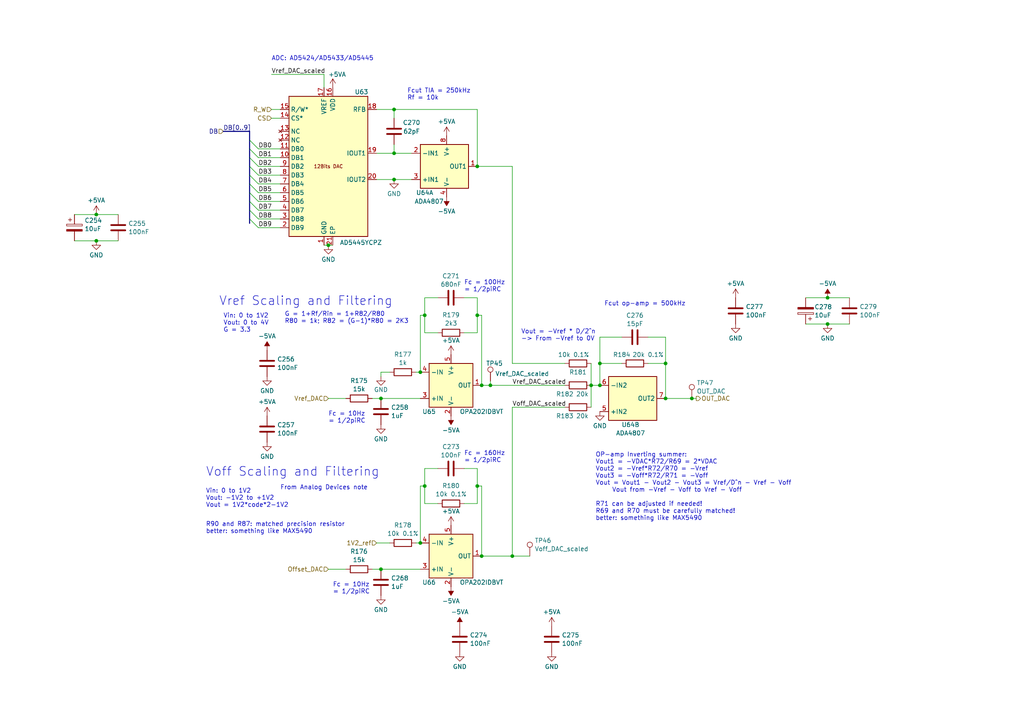
<source format=kicad_sch>
(kicad_sch (version 20250114) (generator "eeschema") (generator_version "9.0")
  (paper "A4")
  (text "ADC: AD5424/AD5433/AD5445" (at 78.74 17.78 0) (effects (font (size 1.27 1.27)) (justify left bottom)))
  (text "Fc = 10Hz \n= 1/2piRC\n\n\n" (at 96.52 176.53 0) (effects (font (size 1.27 1.27)) (justify left bottom)))
  (text "Vin: 0 to 1V2\nVout: -1V2 to +1V2\nVout = 1V2*code*2-1V2" (at 59.69 147.32 0) (effects (font (size 1.27 1.27)) (justify left bottom)))
  (text "Fcut op-amp = 500kHz\n" (at 175.26 88.9 0) (effects (font (size 1.27 1.27)) (justify left bottom)))
  (text "Vref Scaling and Filtering" (at 63.5 88.9 0) (effects (font (size 2.56 2.56)) (justify left bottom)))
  (text "Voff Scaling and Filtering" (at 59.69 138.43 0) (effects (font (size 2.56 2.56)) (justify left bottom)))
  (text "Vout = -Vref * D/2^n \n-> From -Vref to 0V\n" (at 151.13 99.06 0) (effects (font (size 1.27 1.27)) (justify left bottom)))
  (text "Fc = 160Hz \n= 1/2piRC\n\n\n" (at 134.62 138.43 0) (effects (font (size 1.27 1.27)) (justify left bottom)))
  (text "Vin: 0 to 1V2\nVout: 0 to 4V\nG = 3.3" (at 64.77 96.52 0) (effects (font (size 1.27 1.27)) (justify left bottom)))
  (text "From Analog Devices note" (at 81.28 142.24 0) (effects (font (size 1.27 1.27)) (justify left bottom)))
  (text "R90 and R87: matched precision resistor\nbetter: something like MAX5490" (at 59.69 154.94 0) (effects (font (size 1.27 1.27)) (justify left bottom)))
  (text "G = 1+Rf/Rin = 1+R82/R80\nR80 = 1k; R82 = (G-1)*R80 = 2K3\n" (at 82.55 93.98 0) (effects (font (size 1.27 1.27)) (justify left bottom)))
  (text "Fcut TIA = 250kHz\nRf = 10k\n" (at 118.11 29.21 0) (effects (font (size 1.27 1.27)) (justify left bottom)))
  (text "OP-amp Inverting summer: \nVout1 = -VDAC*R72/R69 = 2*VDAC\nVout2 = -Vref*R72/R70 = -Vref\nVout3 = -Voff*R72/R71 = -Voff\nVout = Vout1 - Vout2 - Vout3 = Vref/D^n - Vref - Voff\n	Vout from -Vref - Voff to Vref - Voff\n\nR71 can be adjusted if needed! \nR69 and R70 must be carefully matched!\nbetter: something like MAX5490" (at 172.72 151.13 0) (effects (font (size 1.27 1.27)) (justify left bottom)))
  (text "Fc = 100Hz \n= 1/2piRC\n\n\n" (at 134.62 88.9 0) (effects (font (size 1.27 1.27)) (justify left bottom)))
  (text "Fc = 10Hz \n= 1/2piRC\n\n\n" (at 95.25 127 0) (effects (font (size 1.27 1.27)) (justify left bottom)))
  (junction (at 27.94 62.23))
  (junction (at 110.49 115.57))
  (junction (at 95.25 71.12))
  (junction (at 171.45 111.76))
  (junction (at 114.3 31.75))
  (junction (at 240.03 93.98))
  (junction (at 139.7 111.76))
  (junction (at 139.7 161.29))
  (junction (at 123.19 91.44))
  (junction (at 114.3 52.07))
  (junction (at 200.66 115.57))
  (junction (at 193.04 115.57))
  (junction (at 121.92 107.95))
  (junction (at 114.3 44.45))
  (junction (at 148.59 161.29))
  (junction (at 173.99 111.76))
  (junction (at 110.49 165.1))
  (junction (at 138.43 91.44))
  (junction (at 27.94 69.85))
  (junction (at 138.43 140.97))
  (junction (at 123.19 140.97))
  (junction (at 193.04 105.41))
  (junction (at 240.03 86.36))
  (junction (at 121.92 157.48))
  (junction (at 138.43 48.26))
  (junction (at 142.24 111.76))
  (junction (at 173.99 105.41))
  (bus_entry (at 72.39 55.88) (size 2.54 2.54))
  (bus_entry (at 72.39 63.5) (size 2.54 2.54))
  (bus_entry (at 72.39 53.34) (size 2.54 2.54))
  (bus_entry (at 72.39 50.8) (size 2.54 2.54))
  (bus_entry (at 72.39 45.72) (size 2.54 2.54))
  (bus_entry (at 72.39 40.64) (size 2.54 2.54))
  (bus_entry (at 72.39 60.96) (size 2.54 2.54))
  (bus_entry (at 72.39 43.18) (size 2.54 2.54))
  (bus_entry (at 72.39 58.42) (size 2.54 2.54))
  (bus_entry (at 72.39 48.26) (size 2.54 2.54))
  (wire (pts (xy 121.92 91.44) (xy 121.92 107.95)))
  (wire (pts (xy 78.74 34.29) (xy 81.28 34.29)))
  (wire (pts (xy 187.96 105.41) (xy 193.04 105.41)))
  (wire (pts (xy 95.25 115.57) (xy 100.33 115.57)))
  (wire (pts (xy 81.28 31.75) (xy 78.74 31.75)))
  (wire (pts (xy 193.04 97.79) (xy 193.04 105.41)))
  (wire (pts (xy 134.62 146.05) (xy 138.43 146.05)))
  (wire (pts (xy 139.7 140.97) (xy 139.7 161.29)))
  (wire (pts (xy 134.62 86.36) (xy 138.43 86.36)))
  (wire (pts (xy 27.94 62.23) (xy 34.29 62.23)))
  (bus (pts (xy 72.39 60.96) (xy 72.39 63.5)))
  (wire (pts (xy 138.43 48.26) (xy 148.59 48.26)))
  (wire (pts (xy 187.96 97.79) (xy 193.04 97.79)))
  (bus (pts (xy 72.39 58.42) (xy 72.39 60.96)))
  (wire (pts (xy 74.93 66.04) (xy 81.28 66.04)))
  (wire (pts (xy 109.22 52.07) (xy 114.3 52.07)))
  (bus (pts (xy 72.39 43.18) (xy 72.39 45.72)))
  (wire (pts (xy 74.93 60.96) (xy 81.28 60.96)))
  (wire (pts (xy 148.59 118.11) (xy 148.59 161.29)))
  (wire (pts (xy 110.49 107.95) (xy 110.49 109.22)))
  (wire (pts (xy 138.43 86.36) (xy 138.43 91.44)))
  (wire (pts (xy 107.95 165.1) (xy 110.49 165.1)))
  (bus (pts (xy 72.39 48.26) (xy 72.39 50.8)))
  (wire (pts (xy 127 146.05) (xy 123.19 146.05)))
  (wire (pts (xy 123.19 86.36) (xy 123.19 91.44)))
  (wire (pts (xy 139.7 161.29) (xy 148.59 161.29)))
  (wire (pts (xy 233.68 86.36) (xy 240.03 86.36)))
  (wire (pts (xy 148.59 105.41) (xy 163.83 105.41)))
  (wire (pts (xy 148.59 105.41) (xy 148.59 48.26)))
  (bus (pts (xy 64.77 38.1) (xy 72.39 38.1)))
  (wire (pts (xy 121.92 140.97) (xy 121.92 157.48)))
  (wire (pts (xy 95.25 71.12) (xy 96.52 71.12)))
  (wire (pts (xy 142.24 111.76) (xy 163.83 111.76)))
  (wire (pts (xy 110.49 115.57) (xy 121.92 115.57)))
  (wire (pts (xy 139.7 140.97) (xy 138.43 140.97)))
  (wire (pts (xy 93.98 21.59) (xy 93.98 25.4)))
  (wire (pts (xy 148.59 161.29) (xy 153.67 161.29)))
  (wire (pts (xy 74.93 55.88) (xy 81.28 55.88)))
  (wire (pts (xy 109.22 157.48) (xy 113.03 157.48)))
  (wire (pts (xy 21.59 62.23) (xy 27.94 62.23)))
  (wire (pts (xy 233.68 93.98) (xy 240.03 93.98)))
  (wire (pts (xy 127 86.36) (xy 123.19 86.36)))
  (wire (pts (xy 138.43 135.89) (xy 138.43 140.97)))
  (bus (pts (xy 72.39 55.88) (xy 72.39 58.42)))
  (wire (pts (xy 114.3 41.91) (xy 114.3 44.45)))
  (wire (pts (xy 138.43 48.26) (xy 138.43 31.75)))
  (wire (pts (xy 240.03 86.36) (xy 246.38 86.36)))
  (wire (pts (xy 193.04 115.57) (xy 200.66 115.57)))
  (wire (pts (xy 120.65 107.95) (xy 121.92 107.95)))
  (wire (pts (xy 109.22 31.75) (xy 114.3 31.75)))
  (wire (pts (xy 173.99 105.41) (xy 180.34 105.41)))
  (wire (pts (xy 114.3 52.07) (xy 119.38 52.07)))
  (wire (pts (xy 123.19 135.89) (xy 123.19 140.97)))
  (wire (pts (xy 171.45 111.76) (xy 173.99 111.76)))
  (bus (pts (xy 72.39 63.5) (xy 72.39 64.77)))
  (bus (pts (xy 72.39 50.8) (xy 72.39 53.34)))
  (wire (pts (xy 138.43 91.44) (xy 139.7 91.44)))
  (wire (pts (xy 173.99 105.41) (xy 173.99 111.76)))
  (wire (pts (xy 74.93 63.5) (xy 81.28 63.5)))
  (wire (pts (xy 139.7 91.44) (xy 139.7 111.76)))
  (wire (pts (xy 74.93 45.72) (xy 81.28 45.72)))
  (wire (pts (xy 134.62 135.89) (xy 138.43 135.89)))
  (wire (pts (xy 193.04 105.41) (xy 193.04 115.57)))
  (wire (pts (xy 134.62 96.52) (xy 138.43 96.52)))
  (wire (pts (xy 74.93 58.42) (xy 81.28 58.42)))
  (wire (pts (xy 74.93 43.18) (xy 81.28 43.18)))
  (bus (pts (xy 72.39 38.1) (xy 72.39 40.64)))
  (wire (pts (xy 93.98 71.12) (xy 95.25 71.12)))
  (wire (pts (xy 114.3 31.75) (xy 138.43 31.75)))
  (wire (pts (xy 240.03 93.98) (xy 246.38 93.98)))
  (wire (pts (xy 114.3 44.45) (xy 119.38 44.45)))
  (wire (pts (xy 148.59 118.11) (xy 163.83 118.11)))
  (bus (pts (xy 72.39 53.34) (xy 72.39 55.88)))
  (wire (pts (xy 123.19 140.97) (xy 123.19 146.05)))
  (wire (pts (xy 107.95 115.57) (xy 110.49 115.57)))
  (wire (pts (xy 95.25 165.1) (xy 100.33 165.1)))
  (wire (pts (xy 21.59 69.85) (xy 27.94 69.85)))
  (wire (pts (xy 114.3 31.75) (xy 114.3 34.29)))
  (wire (pts (xy 78.74 21.59) (xy 93.98 21.59)))
  (wire (pts (xy 74.93 53.34) (xy 81.28 53.34)))
  (bus (pts (xy 72.39 45.72) (xy 72.39 48.26)))
  (wire (pts (xy 110.49 165.1) (xy 121.92 165.1)))
  (wire (pts (xy 200.66 115.57) (xy 201.93 115.57)))
  (wire (pts (xy 142.24 110.49) (xy 142.24 111.76)))
  (bus (pts (xy 72.39 40.64) (xy 72.39 43.18)))
  (wire (pts (xy 171.45 111.76) (xy 171.45 118.11)))
  (wire (pts (xy 138.43 140.97) (xy 138.43 146.05)))
  (wire (pts (xy 109.22 44.45) (xy 114.3 44.45)))
  (wire (pts (xy 74.93 50.8) (xy 81.28 50.8)))
  (wire (pts (xy 27.94 69.85) (xy 34.29 69.85)))
  (wire (pts (xy 173.99 97.79) (xy 173.99 105.41)))
  (wire (pts (xy 139.7 111.76) (xy 142.24 111.76)))
  (wire (pts (xy 121.92 140.97) (xy 123.19 140.97)))
  (wire (pts (xy 127 135.89) (xy 123.19 135.89)))
  (wire (pts (xy 123.19 91.44) (xy 123.19 96.52)))
  (wire (pts (xy 120.65 157.48) (xy 121.92 157.48)))
  (wire (pts (xy 171.45 105.41) (xy 171.45 111.76)))
  (wire (pts (xy 74.93 48.26) (xy 81.28 48.26)))
  (wire (pts (xy 138.43 91.44) (xy 138.43 96.52)))
  (wire (pts (xy 173.99 97.79) (xy 180.34 97.79)))
  (wire (pts (xy 121.92 91.44) (xy 123.19 91.44)))
  (wire (pts (xy 127 96.52) (xy 123.19 96.52)))
  (wire (pts (xy 113.03 107.95) (xy 110.49 107.95)))
  (label "Voff_DAC_scaled" (at 148.59 118.11 0))
  (label "DB7" (at 74.93 60.96 0))
  (label "DB0" (at 74.93 43.18 0))
  (label "Vref_DAC_scaled" (at 78.74 21.59 0))
  (label "DB1" (at 74.93 45.72 0))
  (label "DB2" (at 74.93 48.26 0))
  (label "DB4" (at 74.93 53.34 0))
  (label "DB[0..9]" (at 64.77 38.1 0))
  (label "DB6" (at 74.93 58.42 0))
  (label "DB5" (at 74.93 55.88 0))
  (label "DB9" (at 74.93 66.04 0))
  (label "DB8" (at 74.93 63.5 0))
  (label "Vref_DAC_scaled" (at 148.59 111.76 0))
  (label "DB3" (at 74.93 50.8 0))
  (hierarchical_label "CS" (shape input) (at 78.74 34.29 180))
  (hierarchical_label "Vref_DAC" (shape input) (at 95.25 115.57 180))
  (hierarchical_label "Offset_DAC" (shape input) (at 95.25 165.1 180))
  (hierarchical_label "DB" (shape input) (at 64.77 38.1 180))
  (hierarchical_label "1V2_ref" (shape input) (at 109.22 157.48 180))
  (hierarchical_label "OUT_DAC" (shape output) (at 201.93 115.57 0))
  (hierarchical_label "R_W" (shape input) (at 78.74 31.75 180))
  (symbol (lib_id "Device:C") (at 130.81 86.36 90) (unit 1)
    (property "Reference" "C117" (at 130.81 80.0567 90))
    (property "Value" "680nF" (at 130.81 82.4809 90))
    (property "Footprint" "Capacitor_SMD:C_0603_1608Metric" (effects (hide yes)))
    (instances (project "TWIST_V2" (path "" (reference "C271") (unit 1)) (path "" (reference "C321") (unit 1)) (path "" (reference "C216") (unit 1)) (path "" (reference "C336") (unit 1)) (path "" (reference "C351") (unit 1)) (path "" (reference "C246") (unit 1)) (path "" (reference "C291") (unit 1)) (path "" (reference "C186") (unit 1)) (path "" (reference "C117") (unit 1)) (path "" (reference "C306") (unit 1)) (path "" (reference "C236") (unit 1)) (path "" (reference "C266") (unit 1)) (path "" (reference "C176") (unit 1)) (path "" (reference "C140") (unit 1)) (path "" (reference "C137") (unit 1)) (path "" (reference "C198") (unit 1))))
  )
  (symbol (lib_id "power:GND") (at 110.49 109.22 0) (unit 1)
    (property "Reference" "#PWR0118" (effects (hide yes)))
    (property "Value" "GND" (at 110.49 113.03 0))
    (instances (project "TWIST_V2" (path "" (reference "#PWR0422") (unit 1)) (path "" (reference "#PWR0476") (unit 1)) (path "" (reference "#PWR0339") (unit 1)) (path "" (reference "#PWR0530") (unit 1)) (path "" (reference "#PWR0557") (unit 1)) (path "" (reference "#PWR0395") (unit 1)) (path "" (reference "#PWR0449") (unit 1)) (path "" (reference "#PWR0312") (unit 1)) (path "" (reference "#PWR0118") (unit 1)) (path "" (reference "#PWR0501") (unit 1)) (path "" (reference "#PWR0292") (unit 1)) (path "" (reference "#PWR0366") (unit 1)) (path "" (reference "#PWR0211") (unit 1)) (path "" (reference "#PWR0184") (unit 1)) (path "" (reference "#PWR0145") (unit 1)) (path "" (reference "#PWR0238") (unit 1))))
  )
  (symbol (lib_id "power:GND") (at 110.49 172.72 0) (unit 1)
    (property "Reference" "#PWR0120" (effects (hide yes)))
    (property "Value" "GND" (at 110.49 176.8531 0))
    (instances (project "TWIST_V2" (path "" (reference "#PWR0424") (unit 1)) (path "" (reference "#PWR0478") (unit 1)) (path "" (reference "#PWR0342") (unit 1)) (path "" (reference "#PWR0532") (unit 1)) (path "" (reference "#PWR0559") (unit 1)) (path "" (reference "#PWR0397") (unit 1)) (path "" (reference "#PWR0451") (unit 1)) (path "" (reference "#PWR0314") (unit 1)) (path "" (reference "#PWR0120") (unit 1)) (path "" (reference "#PWR0503") (unit 1)) (path "" (reference "#PWR0294") (unit 1)) (path "" (reference "#PWR0368") (unit 1)) (path "" (reference "#PWR0213") (unit 1)) (path "" (reference "#PWR0186") (unit 1)) (path "" (reference "#PWR0147") (unit 1)) (path "" (reference "#PWR0240") (unit 1))))
  )
  (symbol (lib_id "power:+5VA") (at 129.54 39.37 0) (unit 1)
    (property "Reference" "#PWR0122" (effects (hide yes)))
    (property "Value" "+5VA" (at 129.54 35.2369 0))
    (instances (project "TWIST_V2" (path "" (reference "#PWR0426") (unit 1)) (path "" (reference "#PWR0480") (unit 1)) (path "" (reference "#PWR0345") (unit 1)) (path "" (reference "#PWR0534") (unit 1)) (path "" (reference "#PWR0561") (unit 1)) (path "" (reference "#PWR0399") (unit 1)) (path "" (reference "#PWR0453") (unit 1)) (path "" (reference "#PWR0316") (unit 1)) (path "" (reference "#PWR0122") (unit 1)) (path "" (reference "#PWR0505") (unit 1)) (path "" (reference "#PWR0296") (unit 1)) (path "" (reference "#PWR0370") (unit 1)) (path "" (reference "#PWR0215") (unit 1)) (path "" (reference "#PWR0188") (unit 1)) (path "" (reference "#PWR0149") (unit 1)) (path "" (reference "#PWR0242") (unit 1))))
  )
  (symbol (lib_id "Device:R") (at 104.14 165.1 90) (unit 1)
    (property "Reference" "R70" (at 104.14 159.9397 90))
    (property "Value" "15k" (at 104.14 162.3639 90))
    (property "Footprint" "Resistor_SMD:R_0603_1608Metric" (effects (hide yes)))
    (instances (project "TWIST_V2" (path "" (reference "R176") (unit 1)) (path "" (reference "R196") (unit 1)) (path "" (reference "R146") (unit 1)) (path "" (reference "R216") (unit 1)) (path "" (reference "R226") (unit 1)) (path "" (reference "R166") (unit 1)) (path "" (reference "R186") (unit 1)) (path "" (reference "R126") (unit 1)) (path "" (reference "R70") (unit 1)) (path "" (reference "R206") (unit 1)) (path "" (reference "R136") (unit 1)) (path "" (reference "R156") (unit 1)) (path "" (reference "R106") (unit 1)) (path "" (reference "R96") (unit 1)) (path "" (reference "R80") (unit 1)) (path "" (reference "R116") (unit 1))))
  )
  (symbol (lib_id "Device:R") (at 167.64 111.76 270) (unit 1)
    (property "Reference" "R76" (at 163.83 114.3 90))
    (property "Value" "20k" (at 168.91 114.3 90))
    (property "Footprint" "Resistor_SMD:R_0603_1608Metric" (effects (hide yes)))
    (instances (project "TWIST_V2" (path "" (reference "R182") (unit 1)) (path "" (reference "R202") (unit 1)) (path "" (reference "R152") (unit 1)) (path "" (reference "R222") (unit 1)) (path "" (reference "R232") (unit 1)) (path "" (reference "R172") (unit 1)) (path "" (reference "R192") (unit 1)) (path "" (reference "R132") (unit 1)) (path "" (reference "R76") (unit 1)) (path "" (reference "R212") (unit 1)) (path "" (reference "R142") (unit 1)) (path "" (reference "R162") (unit 1)) (path "" (reference "R112") (unit 1)) (path "" (reference "R102") (unit 1)) (path "" (reference "R86") (unit 1)) (path "" (reference "R122") (unit 1))))
  )
  (symbol (lib_id "power:GND") (at 110.49 123.19 0) (unit 1)
    (property "Reference" "#PWR0119" (effects (hide yes)))
    (property "Value" "GND" (at 110.49 127.3231 0))
    (instances (project "TWIST_V2" (path "" (reference "#PWR0423") (unit 1)) (path "" (reference "#PWR0477") (unit 1)) (path "" (reference "#PWR0340") (unit 1)) (path "" (reference "#PWR0531") (unit 1)) (path "" (reference "#PWR0558") (unit 1)) (path "" (reference "#PWR0396") (unit 1)) (path "" (reference "#PWR0450") (unit 1)) (path "" (reference "#PWR0313") (unit 1)) (path "" (reference "#PWR0119") (unit 1)) (path "" (reference "#PWR0502") (unit 1)) (path "" (reference "#PWR0293") (unit 1)) (path "" (reference "#PWR0367") (unit 1)) (path "" (reference "#PWR0212") (unit 1)) (path "" (reference "#PWR0185") (unit 1)) (path "" (reference "#PWR0146") (unit 1)) (path "" (reference "#PWR0239") (unit 1))))
  )
  (symbol (lib_id "power:GND") (at 77.47 128.27 0) (unit 1)
    (property "Reference" "#PWR0115" (effects (hide yes)))
    (property "Value" "GND" (at 77.47 132.4031 0))
    (instances (project "TWIST_V2" (path "" (reference "#PWR0419") (unit 1)) (path "" (reference "#PWR0473") (unit 1)) (path "" (reference "#PWR0336") (unit 1)) (path "" (reference "#PWR0527") (unit 1)) (path "" (reference "#PWR0554") (unit 1)) (path "" (reference "#PWR0392") (unit 1)) (path "" (reference "#PWR0446") (unit 1)) (path "" (reference "#PWR0282") (unit 1)) (path "" (reference "#PWR0115") (unit 1)) (path "" (reference "#PWR0498") (unit 1)) (path "" (reference "#PWR0289") (unit 1)) (path "" (reference "#PWR0363") (unit 1)) (path "" (reference "#PWR0208") (unit 1)) (path "" (reference "#PWR0181") (unit 1)) (path "" (reference "#PWR0142") (unit 1)) (path "" (reference "#PWR0235") (unit 1))))
  )
  (symbol (lib_id "Device:R") (at 116.84 107.95 90) (unit 1)
    (property "Reference" "R71" (at 116.84 102.7897 90))
    (property "Value" "1k" (at 116.84 105.2139 90))
    (property "Footprint" "Resistor_SMD:R_0603_1608Metric" (effects (hide yes)))
    (instances (project "TWIST_V2" (path "" (reference "R177") (unit 1)) (path "" (reference "R197") (unit 1)) (path "" (reference "R147") (unit 1)) (path "" (reference "R217") (unit 1)) (path "" (reference "R227") (unit 1)) (path "" (reference "R167") (unit 1)) (path "" (reference "R187") (unit 1)) (path "" (reference "R127") (unit 1)) (path "" (reference "R71") (unit 1)) (path "" (reference "R207") (unit 1)) (path "" (reference "R137") (unit 1)) (path "" (reference "R157") (unit 1)) (path "" (reference "R107") (unit 1)) (path "" (reference "R97") (unit 1)) (path "" (reference "R81") (unit 1)) (path "" (reference "R117") (unit 1))))
  )
  (symbol (lib_id "power:+5VA") (at 96.52 25.4 0) (unit 1)
    (property "Reference" "#PWR0117" (effects (hide yes)))
    (property "Value" "+5VA" (at 97.79 21.59 0))
    (instances (project "TWIST_V2" (path "" (reference "#PWR0421") (unit 1)) (path "" (reference "#PWR0475") (unit 1)) (path "" (reference "#PWR0338") (unit 1)) (path "" (reference "#PWR0529") (unit 1)) (path "" (reference "#PWR0556") (unit 1)) (path "" (reference "#PWR0394") (unit 1)) (path "" (reference "#PWR0448") (unit 1)) (path "" (reference "#PWR0311") (unit 1)) (path "" (reference "#PWR0117") (unit 1)) (path "" (reference "#PWR0500") (unit 1)) (path "" (reference "#PWR0291") (unit 1)) (path "" (reference "#PWR0365") (unit 1)) (path "" (reference "#PWR0210") (unit 1)) (path "" (reference "#PWR0183") (unit 1)) (path "" (reference "#PWR0144") (unit 1)) (path "" (reference "#PWR0237") (unit 1))))
  )
  (symbol (lib_id "power:+5VA") (at 160.02 181.61 0) (unit 1)
    (property "Reference" "#PWR0130" (effects (hide yes)))
    (property "Value" "+5VA" (at 160.02 177.4769 0))
    (instances (project "TWIST_V2" (path "" (reference "#PWR0434") (unit 1)) (path "" (reference "#PWR0488") (unit 1)) (path "" (reference "#PWR0353") (unit 1)) (path "" (reference "#PWR0542") (unit 1)) (path "" (reference "#PWR0569") (unit 1)) (path "" (reference "#PWR0407") (unit 1)) (path "" (reference "#PWR0461") (unit 1)) (path "" (reference "#PWR0324") (unit 1)) (path "" (reference "#PWR0130") (unit 1)) (path "" (reference "#PWR0513") (unit 1)) (path "" (reference "#PWR0304") (unit 1)) (path "" (reference "#PWR0378") (unit 1)) (path "" (reference "#PWR0223") (unit 1)) (path "" (reference "#PWR0196") (unit 1)) (path "" (reference "#PWR0157") (unit 1)) (path "" (reference "#PWR0250") (unit 1))))
  )
  (symbol (lib_id "power:-5VA") (at 240.03 86.36 0) (unit 1)
    (property "Reference" "#PWR0135" (effects (hide yes)))
    (property "Value" "-5VA" (at 240.03 82.2269 0))
    (instances (project "TWIST_V2" (path "" (reference "#PWR0439") (unit 1)) (path "" (reference "#PWR0520") (unit 1)) (path "" (reference "#PWR0385") (unit 1)) (path "" (reference "#PWR0547") (unit 1)) (path "" (reference "#PWR0640") (unit 1)) (path "" (reference "#PWR0412") (unit 1)) (path "" (reference "#PWR0466") (unit 1)) (path "" (reference "#PWR0329") (unit 1)) (path "" (reference "#PWR0135") (unit 1)) (path "" (reference "#PWR0518") (unit 1)) (path "" (reference "#PWR0309") (unit 1)) (path "" (reference "#PWR0383") (unit 1)) (path "" (reference "#PWR0228") (unit 1)) (path "" (reference "#PWR0201") (unit 1)) (path "" (reference "#PWR0162") (unit 1)) (path "" (reference "#PWR0255") (unit 1))))
  )
  (symbol (lib_id "Device:R") (at 167.64 118.11 270) (unit 1)
    (property "Reference" "R77" (at 163.83 120.65 90))
    (property "Value" "20k" (at 168.91 120.65 90))
    (property "Footprint" "Resistor_SMD:R_0603_1608Metric" (effects (hide yes)))
    (instances (project "TWIST_V2" (path "" (reference "R183") (unit 1)) (path "" (reference "R203") (unit 1)) (path "" (reference "R153") (unit 1)) (path "" (reference "R223") (unit 1)) (path "" (reference "R233") (unit 1)) (path "" (reference "R173") (unit 1)) (path "" (reference "R193") (unit 1)) (path "" (reference "R133") (unit 1)) (path "" (reference "R77") (unit 1)) (path "" (reference "R213") (unit 1)) (path "" (reference "R143") (unit 1)) (path "" (reference "R163") (unit 1)) (path "" (reference "R113") (unit 1)) (path "" (reference "R103") (unit 1)) (path "" (reference "R87") (unit 1)) (path "" (reference "R123") (unit 1))))
  )
  (symbol (lib_id "power:-5VA") (at 133.35 181.61 0) (unit 1)
    (property "Reference" "#PWR0128" (effects (hide yes)))
    (property "Value" "-5VA" (at 133.35 177.4769 0))
    (instances (project "TWIST_V2" (path "" (reference "#PWR0432") (unit 1)) (path "" (reference "#PWR0486") (unit 1)) (path "" (reference "#PWR0351") (unit 1)) (path "" (reference "#PWR0540") (unit 1)) (path "" (reference "#PWR0567") (unit 1)) (path "" (reference "#PWR0405") (unit 1)) (path "" (reference "#PWR0459") (unit 1)) (path "" (reference "#PWR0322") (unit 1)) (path "" (reference "#PWR0128") (unit 1)) (path "" (reference "#PWR0511") (unit 1)) (path "" (reference "#PWR0302") (unit 1)) (path "" (reference "#PWR0376") (unit 1)) (path "" (reference "#PWR0221") (unit 1)) (path "" (reference "#PWR0194") (unit 1)) (path "" (reference "#PWR0155") (unit 1)) (path "" (reference "#PWR0248") (unit 1))))
  )
  (symbol (lib_id "power:GND") (at 77.47 109.22 0) (unit 1)
    (property "Reference" "#PWR0113" (effects (hide yes)))
    (property "Value" "GND" (at 77.47 113.3531 0))
    (instances (project "TWIST_V2" (path "" (reference "#PWR0417") (unit 1)) (path "" (reference "#PWR0471") (unit 1)) (path "" (reference "#PWR0334") (unit 1)) (path "" (reference "#PWR0525") (unit 1)) (path "" (reference "#PWR0552") (unit 1)) (path "" (reference "#PWR0390") (unit 1)) (path "" (reference "#PWR0444") (unit 1)) (path "" (reference "#PWR0280") (unit 1)) (path "" (reference "#PWR0113") (unit 1)) (path "" (reference "#PWR0496") (unit 1)) (path "" (reference "#PWR0287") (unit 1)) (path "" (reference "#PWR0361") (unit 1)) (path "" (reference "#PWR0206") (unit 1)) (path "" (reference "#PWR0179") (unit 1)) (path "" (reference "#PWR0140") (unit 1)) (path "" (reference "#PWR0233") (unit 1))))
  )
  (symbol (lib_id "TWIST_V2_lib:AD5433YCPZ") (at 83.82 68.58 0) (unit 1)
    (property "Reference" "U22" (at 102.87 26.67 0) (effects (justify left)))
    (property "Value" "AD5445YCPZ" (at 98.552 70.358 0) (effects (justify left)))
    (property "Footprint" "Package_CSP:LFCSP-20-1EP_4x4mm_P0.5mm_EP2.1x2.1mm" (effects (hide yes)))
    (instances (project "TWIST_V2" (path "" (reference "U63") (unit 1)) (path "" (reference "U71") (unit 1)) (path "" (reference "U51") (unit 1)) (path "" (reference "U79") (unit 1)) (path "" (reference "U83") (unit 1)) (path "" (reference "U59") (unit 1)) (path "" (reference "U67") (unit 1)) (path "" (reference "U43") (unit 1)) (path "" (reference "U22") (unit 1)) (path "" (reference "U75") (unit 1)) (path "" (reference "U44") (unit 1)) (path "" (reference "U55") (unit 1)) (path "" (reference "U32") (unit 1)) (path "" (reference "U28") (unit 1)) (path "" (reference "U27") (unit 1)) (path "" (reference "U36") (unit 1))))
  )
  (symbol (lib_id "Device:C") (at 114.3 38.1 180) (unit 1)
    (property "Reference" "C115" (at 119.38 35.56 0))
    (property "Value" "62pF" (at 119.38 38.1 0))
    (property "Footprint" "Capacitor_SMD:C_0603_1608Metric" (effects (hide yes)))
    (instances (project "TWIST_V2" (path "" (reference "C270") (unit 1)) (path "" (reference "C320") (unit 1)) (path "" (reference "C215") (unit 1)) (path "" (reference "C335") (unit 1)) (path "" (reference "C350") (unit 1)) (path "" (reference "C245") (unit 1)) (path "" (reference "C290") (unit 1)) (path "" (reference "C185") (unit 1)) (path "" (reference "C115") (unit 1)) (path "" (reference "C305") (unit 1)) (path "" (reference "C235") (unit 1)) (path "" (reference "C265") (unit 1)) (path "" (reference "C175") (unit 1)) (path "" (reference "C136") (unit 1)) (path "" (reference "C135") (unit 1)) (path "" (reference "C196") (unit 1))))
  )
  (symbol (lib_id "Device:C") (at 213.36 90.17 180) (unit 1)
    (property "Reference" "C124" (at 216.281 88.9579 0) (effects (justify right)))
    (property "Value" "100nF" (at 216.281 91.3821 0) (effects (justify right)))
    (property "Footprint" "Capacitor_SMD:C_0402_1005Metric" (effects (hide yes)))
    (instances (project "TWIST_V2" (path "" (reference "C277") (unit 1)) (path "" (reference "C326") (unit 1)) (path "" (reference "C221") (unit 1)) (path "" (reference "C341") (unit 1)) (path "" (reference "C356") (unit 1)) (path "" (reference "C251") (unit 1)) (path "" (reference "C296") (unit 1)) (path "" (reference "C201") (unit 1)) (path "" (reference "C124") (unit 1)) (path "" (reference "C311") (unit 1)) (path "" (reference "C241") (unit 1)) (path "" (reference "C281") (unit 1)) (path "" (reference "C181") (unit 1)) (path "" (reference "C151") (unit 1)) (path "" (reference "C144") (unit 1)) (path "" (reference "C205") (unit 1))))
  )
  (symbol (lib_id "TWIST_V2_lib:ADA4807-2ARMZ") (at 160.02 121.92 0) (unit 2)
    (property "Reference" "U19" (at 182.88 123.19 0))
    (property "Value" "ADA4807" (at 182.88 125.6142 0))
    (property "Footprint" "Package_SO:MSOP-8_3x3mm_P0.65mm" (effects (hide yes)))
    (instances (project "TWIST_V2" (path "" (reference "U64") (unit 2)) (path "" (reference "U72") (unit 2)) (path "" (reference "U52") (unit 2)) (path "" (reference "U80") (unit 2)) (path "" (reference "U84") (unit 2)) (path "" (reference "U60") (unit 2)) (path "" (reference "U68") (unit 2)) (path "" (reference "U48") (unit 2)) (path "" (reference "U19") (unit 2)) (path "" (reference "U76") (unit 2)) (path "" (reference "U45") (unit 2)) (path "" (reference "U56") (unit 2)) (path "" (reference "U33") (unit 2)) (path "" (reference "U29") (unit 2)) (path "" (reference "U23") (unit 2)) (path "" (reference "U37") (unit 2))))
  )
  (symbol (lib_id "power:+5VA") (at 130.81 152.4 0) (unit 1)
    (property "Reference" "#PWR0126" (effects (hide yes)))
    (property "Value" "+5VA" (at 130.81 148.2669 0))
    (instances (project "TWIST_V2" (path "" (reference "#PWR0430") (unit 1)) (path "" (reference "#PWR0484") (unit 1)) (path "" (reference "#PWR0349") (unit 1)) (path "" (reference "#PWR0538") (unit 1)) (path "" (reference "#PWR0565") (unit 1)) (path "" (reference "#PWR0403") (unit 1)) (path "" (reference "#PWR0457") (unit 1)) (path "" (reference "#PWR0320") (unit 1)) (path "" (reference "#PWR0126") (unit 1)) (path "" (reference "#PWR0509") (unit 1)) (path "" (reference "#PWR0300") (unit 1)) (path "" (reference "#PWR0374") (unit 1)) (path "" (reference "#PWR0219") (unit 1)) (path "" (reference "#PWR0192") (unit 1)) (path "" (reference "#PWR0153") (unit 1)) (path "" (reference "#PWR0246") (unit 1))))
  )
  (symbol (lib_id "power:GND") (at 173.99 119.38 0) (unit 1)
    (property "Reference" "#PWR0132" (effects (hide yes)))
    (property "Value" "GND" (at 173.99 123.5131 0))
    (instances (project "TWIST_V2" (path "" (reference "#PWR0436") (unit 1)) (path "" (reference "#PWR0490") (unit 1)) (path "" (reference "#PWR0355") (unit 1)) (path "" (reference "#PWR0544") (unit 1)) (path "" (reference "#PWR0571") (unit 1)) (path "" (reference "#PWR0409") (unit 1)) (path "" (reference "#PWR0463") (unit 1)) (path "" (reference "#PWR0326") (unit 1)) (path "" (reference "#PWR0132") (unit 1)) (path "" (reference "#PWR0515") (unit 1)) (path "" (reference "#PWR0306") (unit 1)) (path "" (reference "#PWR0380") (unit 1)) (path "" (reference "#PWR0225") (unit 1)) (path "" (reference "#PWR0198") (unit 1)) (path "" (reference "#PWR0159") (unit 1)) (path "" (reference "#PWR0252") (unit 1))))
  )
  (symbol (lib_id "Device:C") (at 110.49 119.38 180) (unit 1)
    (property "Reference" "C113" (at 113.411 118.1679 0) (effects (justify right)))
    (property "Value" "1uF" (at 113.411 120.5921 0) (effects (justify right)))
    (property "Footprint" "Capacitor_SMD:C_0603_1608Metric" (effects (hide yes)))
    (instances (project "TWIST_V2" (path "" (reference "C258") (unit 1)) (path "" (reference "C318") (unit 1)) (path "" (reference "C213") (unit 1)) (path "" (reference "C333") (unit 1)) (path "" (reference "C348") (unit 1)) (path "" (reference "C230") (unit 1)) (path "" (reference "C288") (unit 1)) (path "" (reference "C170") (unit 1)) (path "" (reference "C113") (unit 1)) (path "" (reference "C303") (unit 1)) (path "" (reference "C233") (unit 1)) (path "" (reference "C263") (unit 1)) (path "" (reference "C173") (unit 1)) (path "" (reference "C129") (unit 1)) (path "" (reference "C133") (unit 1)) (path "" (reference "C194") (unit 1))))
  )
  (symbol (lib_id "Connector:TestPoint") (at 142.24 110.49 0) (unit 1)
    (property "Reference" "TP15" (at 140.97 105.41 0) (effects (justify left)))
    (property "Value" "Vref_DAC_scaled" (at 143.637 108.4001 0) (effects (justify left)))
    (instances (project "TWIST_V2" (path "" (reference "TP45") (unit 1)) (path "" (reference "TP51") (unit 1)) (path "" (reference "TP36") (unit 1)) (path "" (reference "TP57") (unit 1)) (path "" (reference "TP60") (unit 1)) (path "" (reference "TP42") (unit 1)) (path "" (reference "TP48") (unit 1)) (path "" (reference "TP30") (unit 1)) (path "" (reference "TP15") (unit 1)) (path "" (reference "TP54") (unit 1)) (path "" (reference "TP33") (unit 1)) (path "" (reference "TP39") (unit 1)) (path "" (reference "TP24") (unit 1)) (path "" (reference "TP21") (unit 1)) (path "" (reference "TP18") (unit 1)) (path "" (reference "TP27") (unit 1))))
  )
  (symbol (lib_name "ADA4807-2ARMZ_1") (lib_id "TWIST_V2_lib:ADA4807-2ARMZ") (at 105.41 54.61 0) (unit 1)
    (property "Reference" "U19" (at 123.19 55.88 0))
    (property "Value" "ADA4807" (at 124.46 58.42 0))
    (property "Footprint" "Package_SO:MSOP-8_3x3mm_P0.65mm" (effects (hide yes)))
    (instances (project "TWIST_V2" (path "" (reference "U64") (unit 1)) (path "" (reference "U72") (unit 1)) (path "" (reference "U52") (unit 1)) (path "" (reference "U80") (unit 1)) (path "" (reference "U84") (unit 1)) (path "" (reference "U60") (unit 1)) (path "" (reference "U68") (unit 1)) (path "" (reference "U48") (unit 1)) (path "" (reference "U19") (unit 1)) (path "" (reference "U76") (unit 1)) (path "" (reference "U45") (unit 1)) (path "" (reference "U56") (unit 1)) (path "" (reference "U33") (unit 1)) (path "" (reference "U29") (unit 1)) (path "" (reference "U23") (unit 1)) (path "" (reference "U37") (unit 1))))
  )
  (symbol (lib_id "Connector:TestPoint") (at 153.67 161.29 0) (unit 1)
    (property "Reference" "TP16" (at 155.067 156.7759 0) (effects (justify left)))
    (property "Value" "Voff_DAC_scaled" (at 155.067 159.2001 0) (effects (justify left)))
    (instances (project "TWIST_V2" (path "" (reference "TP46") (unit 1)) (path "" (reference "TP52") (unit 1)) (path "" (reference "TP37") (unit 1)) (path "" (reference "TP58") (unit 1)) (path "" (reference "TP61") (unit 1)) (path "" (reference "TP43") (unit 1)) (path "" (reference "TP49") (unit 1)) (path "" (reference "TP31") (unit 1)) (path "" (reference "TP16") (unit 1)) (path "" (reference "TP55") (unit 1)) (path "" (reference "TP34") (unit 1)) (path "" (reference "TP40") (unit 1)) (path "" (reference "TP25") (unit 1)) (path "" (reference "TP22") (unit 1)) (path "" (reference "TP19") (unit 1)) (path "" (reference "TP28") (unit 1))))
  )
  (symbol (lib_id "power:+5VA") (at 77.47 120.65 0) (unit 1)
    (property "Reference" "#PWR0114" (effects (hide yes)))
    (property "Value" "+5VA" (at 77.47 116.5169 0))
    (instances (project "TWIST_V2" (path "" (reference "#PWR0418") (unit 1)) (path "" (reference "#PWR0472") (unit 1)) (path "" (reference "#PWR0335") (unit 1)) (path "" (reference "#PWR0526") (unit 1)) (path "" (reference "#PWR0553") (unit 1)) (path "" (reference "#PWR0391") (unit 1)) (path "" (reference "#PWR0445") (unit 1)) (path "" (reference "#PWR0281") (unit 1)) (path "" (reference "#PWR0114") (unit 1)) (path "" (reference "#PWR0497") (unit 1)) (path "" (reference "#PWR0288") (unit 1)) (path "" (reference "#PWR0362") (unit 1)) (path "" (reference "#PWR0207") (unit 1)) (path "" (reference "#PWR0180") (unit 1)) (path "" (reference "#PWR0141") (unit 1)) (path "" (reference "#PWR0234") (unit 1))))
  )
  (symbol (lib_id "Connector:TestPoint") (at 200.66 115.57 0) (unit 1)
    (property "Reference" "TP17" (at 202.057 111.0559 0) (effects (justify left)))
    (property "Value" "OUT_DAC" (at 202.057 113.4801 0) (effects (justify left)))
    (instances (project "TWIST_V2" (path "" (reference "TP47") (unit 1)) (path "" (reference "TP53") (unit 1)) (path "" (reference "TP38") (unit 1)) (path "" (reference "TP59") (unit 1)) (path "" (reference "TP62") (unit 1)) (path "" (reference "TP44") (unit 1)) (path "" (reference "TP50") (unit 1)) (path "" (reference "TP32") (unit 1)) (path "" (reference "TP17") (unit 1)) (path "" (reference "TP56") (unit 1)) (path "" (reference "TP35") (unit 1)) (path "" (reference "TP41") (unit 1)) (path "" (reference "TP26") (unit 1)) (path "" (reference "TP23") (unit 1)) (path "" (reference "TP20") (unit 1)) (path "" (reference "TP29") (unit 1))))
  )
  (symbol (lib_id "Device:R") (at 184.15 105.41 90) (unit 1)
    (property "Reference" "R78" (at 180.34 102.87 90))
    (property "Value" "20k 0.1%" (at 187.96 102.87 90))
    (property "Footprint" "Resistor_SMD:R_0603_1608Metric" (effects (hide yes)))
    (instances (project "TWIST_V2" (path "" (reference "R184") (unit 1)) (path "" (reference "R204") (unit 1)) (path "" (reference "R154") (unit 1)) (path "" (reference "R224") (unit 1)) (path "" (reference "R234") (unit 1)) (path "" (reference "R174") (unit 1)) (path "" (reference "R194") (unit 1)) (path "" (reference "R134") (unit 1)) (path "" (reference "R78") (unit 1)) (path "" (reference "R214") (unit 1)) (path "" (reference "R144") (unit 1)) (path "" (reference "R164") (unit 1)) (path "" (reference "R114") (unit 1)) (path "" (reference "R104") (unit 1)) (path "" (reference "R88") (unit 1)) (path "" (reference "R124") (unit 1))))
  )
  (symbol (lib_id "power:GND") (at 160.02 189.23 0) (unit 1)
    (property "Reference" "#PWR0131" (effects (hide yes)))
    (property "Value" "GND" (at 160.02 193.3631 0))
    (instances (project "TWIST_V2" (path "" (reference "#PWR0435") (unit 1)) (path "" (reference "#PWR0489") (unit 1)) (path "" (reference "#PWR0354") (unit 1)) (path "" (reference "#PWR0543") (unit 1)) (path "" (reference "#PWR0570") (unit 1)) (path "" (reference "#PWR0408") (unit 1)) (path "" (reference "#PWR0462") (unit 1)) (path "" (reference "#PWR0325") (unit 1)) (path "" (reference "#PWR0131") (unit 1)) (path "" (reference "#PWR0514") (unit 1)) (path "" (reference "#PWR0305") (unit 1)) (path "" (reference "#PWR0379") (unit 1)) (path "" (reference "#PWR0224") (unit 1)) (path "" (reference "#PWR0197") (unit 1)) (path "" (reference "#PWR0158") (unit 1)) (path "" (reference "#PWR0251") (unit 1))))
  )
  (symbol (lib_id "power:-5VA") (at 77.47 101.6 0) (unit 1)
    (property "Reference" "#PWR0112" (effects (hide yes)))
    (property "Value" "-5VA" (at 77.47 97.4669 0))
    (instances (project "TWIST_V2" (path "" (reference "#PWR0416") (unit 1)) (path "" (reference "#PWR0470") (unit 1)) (path "" (reference "#PWR0333") (unit 1)) (path "" (reference "#PWR0524") (unit 1)) (path "" (reference "#PWR0551") (unit 1)) (path "" (reference "#PWR0389") (unit 1)) (path "" (reference "#PWR0443") (unit 1)) (path "" (reference "#PWR0279") (unit 1)) (path "" (reference "#PWR0112") (unit 1)) (path "" (reference "#PWR0495") (unit 1)) (path "" (reference "#PWR0286") (unit 1)) (path "" (reference "#PWR0360") (unit 1)) (path "" (reference "#PWR0205") (unit 1)) (path "" (reference "#PWR0178") (unit 1)) (path "" (reference "#PWR0139") (unit 1)) (path "" (reference "#PWR0232") (unit 1))))
  )
  (symbol (lib_id "Device:C") (at 133.35 185.42 180) (unit 1)
    (property "Reference" "C119" (at 136.271 184.2079 0) (effects (justify right)))
    (property "Value" "100nF" (at 136.271 186.6321 0) (effects (justify right)))
    (property "Footprint" "Capacitor_SMD:C_0402_1005Metric" (effects (hide yes)))
    (instances (project "TWIST_V2" (path "" (reference "C274") (unit 1)) (path "" (reference "C323") (unit 1)) (path "" (reference "C218") (unit 1)) (path "" (reference "C338") (unit 1)) (path "" (reference "C353") (unit 1)) (path "" (reference "C248") (unit 1)) (path "" (reference "C293") (unit 1)) (path "" (reference "C190") (unit 1)) (path "" (reference "C119") (unit 1)) (path "" (reference "C308") (unit 1)) (path "" (reference "C238") (unit 1)) (path "" (reference "C269") (unit 1)) (path "" (reference "C178") (unit 1)) (path "" (reference "C148") (unit 1)) (path "" (reference "C139") (unit 1)) (path "" (reference "C200") (unit 1))))
  )
  (symbol (lib_id "Device:C") (at 130.81 135.89 90) (unit 1)
    (property "Reference" "C118" (at 130.81 129.5867 90))
    (property "Value" "100nF" (at 130.81 132.0109 90))
    (property "Footprint" "Capacitor_SMD:C_0402_1005Metric" (effects (hide yes)))
    (instances (project "TWIST_V2" (path "" (reference "C273") (unit 1)) (path "" (reference "C322") (unit 1)) (path "" (reference "C217") (unit 1)) (path "" (reference "C337") (unit 1)) (path "" (reference "C352") (unit 1)) (path "" (reference "C247") (unit 1)) (path "" (reference "C292") (unit 1)) (path "" (reference "C187") (unit 1)) (path "" (reference "C118") (unit 1)) (path "" (reference "C307") (unit 1)) (path "" (reference "C237") (unit 1)) (path "" (reference "C267") (unit 1)) (path "" (reference "C177") (unit 1)) (path "" (reference "C143") (unit 1)) (path "" (reference "C138") (unit 1)) (path "" (reference "C199") (unit 1))))
  )
  (symbol (lib_id "Device:C") (at 184.15 97.79 90) (unit 1)
    (property "Reference" "C122" (at 184.15 91.4867 90))
    (property "Value" "15pF" (at 184.15 93.9109 90))
    (property "Footprint" "Capacitor_SMD:C_0603_1608Metric" (effects (hide yes)))
    (instances (project "TWIST_V2" (path "" (reference "C276") (unit 1)) (path "" (reference "C325") (unit 1)) (path "" (reference "C220") (unit 1)) (path "" (reference "C340") (unit 1)) (path "" (reference "C355") (unit 1)) (path "" (reference "C250") (unit 1)) (path "" (reference "C295") (unit 1)) (path "" (reference "C197") (unit 1)) (path "" (reference "C122") (unit 1)) (path "" (reference "C310") (unit 1)) (path "" (reference "C240") (unit 1)) (path "" (reference "C280") (unit 1)) (path "" (reference "C180") (unit 1)) (path "" (reference "C150") (unit 1)) (path "" (reference "C142") (unit 1)) (path "" (reference "C203") (unit 1))))
  )
  (symbol (lib_id "power:GND") (at 240.03 93.98 0) (unit 1)
    (property "Reference" "#PWR0136" (effects (hide yes)))
    (property "Value" "GND" (at 240.03 98.1131 0))
    (instances (project "TWIST_V2" (path "" (reference "#PWR0440") (unit 1)) (path "" (reference "#PWR0521") (unit 1)) (path "" (reference "#PWR0386") (unit 1)) (path "" (reference "#PWR0548") (unit 1)) (path "" (reference "#PWR0641") (unit 1)) (path "" (reference "#PWR0413") (unit 1)) (path "" (reference "#PWR0467") (unit 1)) (path "" (reference "#PWR0330") (unit 1)) (path "" (reference "#PWR0136") (unit 1)) (path "" (reference "#PWR0519") (unit 1)) (path "" (reference "#PWR0310") (unit 1)) (path "" (reference "#PWR0384") (unit 1)) (path "" (reference "#PWR0229") (unit 1)) (path "" (reference "#PWR0202") (unit 1)) (path "" (reference "#PWR0163") (unit 1)) (path "" (reference "#PWR0256") (unit 1))))
  )
  (symbol (lib_id "Device:C_Polarized") (at 21.59 66.04 0) (unit 1)
    (property "Reference" "C107" (at 24.511 63.9389 0) (effects (justify left)))
    (property "Value" "10uF" (at 24.511 66.3631 0) (effects (justify left)))
    (property "Footprint" "Capacitor_Tantalum_SMD:CP_EIA-3528-21_Kemet-B" (effects (hide yes)))
    (instances (project "TWIST_V2" (path "" (reference "C254") (unit 1)) (path "" (reference "C314") (unit 1)) (path "" (reference "C209") (unit 1)) (path "" (reference "C329") (unit 1)) (path "" (reference "C344") (unit 1)) (path "" (reference "C224") (unit 1)) (path "" (reference "C284") (unit 1)) (path "" (reference "C164") (unit 1)) (path "" (reference "C107") (unit 1)) (path "" (reference "C299") (unit 1)) (path "" (reference "C228") (unit 1)) (path "" (reference "C259") (unit 1)) (path "" (reference "C168") (unit 1)) (path "" (reference "C96") (unit 1)) (path "" (reference "C127") (unit 1)) (path "" (reference "C188") (unit 1))))
  )
  (symbol (lib_id "Device:R") (at 130.81 146.05 90) (unit 1)
    (property "Reference" "R74" (at 130.81 140.8897 90))
    (property "Value" "10k 0.1%" (at 130.81 143.3139 90))
    (property "Footprint" "Resistor_SMD:R_0603_1608Metric" (effects (hide yes)))
    (instances (project "TWIST_V2" (path "" (reference "R180") (unit 1)) (path "" (reference "R200") (unit 1)) (path "" (reference "R150") (unit 1)) (path "" (reference "R220") (unit 1)) (path "" (reference "R230") (unit 1)) (path "" (reference "R170") (unit 1)) (path "" (reference "R190") (unit 1)) (path "" (reference "R130") (unit 1)) (path "" (reference "R74") (unit 1)) (path "" (reference "R210") (unit 1)) (path "" (reference "R140") (unit 1)) (path "" (reference "R160") (unit 1)) (path "" (reference "R110") (unit 1)) (path "" (reference "R100") (unit 1)) (path "" (reference "R84") (unit 1)) (path "" (reference "R120") (unit 1))))
  )
  (symbol (lib_id "Device:C") (at 110.49 168.91 180) (unit 1)
    (property "Reference" "C114" (at 113.411 167.6979 0) (effects (justify right)))
    (property "Value" "1uF" (at 113.411 170.1221 0) (effects (justify right)))
    (property "Footprint" "Capacitor_SMD:C_0603_1608Metric" (effects (hide yes)))
    (instances (project "TWIST_V2" (path "" (reference "C268") (unit 1)) (path "" (reference "C319") (unit 1)) (path "" (reference "C214") (unit 1)) (path "" (reference "C334") (unit 1)) (path "" (reference "C349") (unit 1)) (path "" (reference "C244") (unit 1)) (path "" (reference "C289") (unit 1)) (path "" (reference "C184") (unit 1)) (path "" (reference "C114") (unit 1)) (path "" (reference "C304") (unit 1)) (path "" (reference "C234") (unit 1)) (path "" (reference "C264") (unit 1)) (path "" (reference "C174") (unit 1)) (path "" (reference "C130") (unit 1)) (path "" (reference "C134") (unit 1)) (path "" (reference "C195") (unit 1))))
  )
  (symbol (lib_id "power:GND") (at 213.36 93.98 0) (unit 1)
    (property "Reference" "#PWR0134" (effects (hide yes)))
    (property "Value" "GND" (at 213.36 98.1131 0))
    (instances (project "TWIST_V2" (path "" (reference "#PWR0438") (unit 1)) (path "" (reference "#PWR0492") (unit 1)) (path "" (reference "#PWR0357") (unit 1)) (path "" (reference "#PWR0546") (unit 1)) (path "" (reference "#PWR0573") (unit 1)) (path "" (reference "#PWR0411") (unit 1)) (path "" (reference "#PWR0465") (unit 1)) (path "" (reference "#PWR0328") (unit 1)) (path "" (reference "#PWR0134") (unit 1)) (path "" (reference "#PWR0517") (unit 1)) (path "" (reference "#PWR0308") (unit 1)) (path "" (reference "#PWR0382") (unit 1)) (path "" (reference "#PWR0227") (unit 1)) (path "" (reference "#PWR0200") (unit 1)) (path "" (reference "#PWR0161") (unit 1)) (path "" (reference "#PWR0254") (unit 1))))
  )
  (symbol (lib_id "Device:C") (at 160.02 185.42 180) (unit 1)
    (property "Reference" "C121" (at 162.941 184.2079 0) (effects (justify right)))
    (property "Value" "100nF" (at 162.941 186.6321 0) (effects (justify right)))
    (property "Footprint" "Capacitor_SMD:C_0402_1005Metric" (effects (hide yes)))
    (instances (project "TWIST_V2" (path "" (reference "C275") (unit 1)) (path "" (reference "C324") (unit 1)) (path "" (reference "C219") (unit 1)) (path "" (reference "C339") (unit 1)) (path "" (reference "C354") (unit 1)) (path "" (reference "C249") (unit 1)) (path "" (reference "C294") (unit 1)) (path "" (reference "C191") (unit 1)) (path "" (reference "C121") (unit 1)) (path "" (reference "C309") (unit 1)) (path "" (reference "C239") (unit 1)) (path "" (reference "C272") (unit 1)) (path "" (reference "C179") (unit 1)) (path "" (reference "C149") (unit 1)) (path "" (reference "C141") (unit 1)) (path "" (reference "C202") (unit 1))))
  )
  (symbol (lib_id "power:-5VA") (at 130.81 120.65 180) (unit 1)
    (property "Reference" "#PWR0125" (effects (hide yes)))
    (property "Value" "-5VA" (at 130.81 124.7831 0))
    (instances (project "TWIST_V2" (path "" (reference "#PWR0429") (unit 1)) (path "" (reference "#PWR0483") (unit 1)) (path "" (reference "#PWR0348") (unit 1)) (path "" (reference "#PWR0537") (unit 1)) (path "" (reference "#PWR0564") (unit 1)) (path "" (reference "#PWR0402") (unit 1)) (path "" (reference "#PWR0456") (unit 1)) (path "" (reference "#PWR0319") (unit 1)) (path "" (reference "#PWR0125") (unit 1)) (path "" (reference "#PWR0508") (unit 1)) (path "" (reference "#PWR0299") (unit 1)) (path "" (reference "#PWR0373") (unit 1)) (path "" (reference "#PWR0218") (unit 1)) (path "" (reference "#PWR0191") (unit 1)) (path "" (reference "#PWR0152") (unit 1)) (path "" (reference "#PWR0245") (unit 1))))
  )
  (symbol (lib_id "Device:C") (at 34.29 66.04 180) (unit 1)
    (property "Reference" "C108" (at 37.211 64.8279 0) (effects (justify right)))
    (property "Value" "100nF" (at 37.211 67.2521 0) (effects (justify right)))
    (property "Footprint" "Capacitor_SMD:C_0402_1005Metric" (effects (hide yes)))
    (instances (project "TWIST_V2" (path "" (reference "C255") (unit 1)) (path "" (reference "C315") (unit 1)) (path "" (reference "C210") (unit 1)) (path "" (reference "C330") (unit 1)) (path "" (reference "C345") (unit 1)) (path "" (reference "C225") (unit 1)) (path "" (reference "C285") (unit 1)) (path "" (reference "C165") (unit 1)) (path "" (reference "C108") (unit 1)) (path "" (reference "C300") (unit 1)) (path "" (reference "C229") (unit 1)) (path "" (reference "C260") (unit 1)) (path "" (reference "C169") (unit 1)) (path "" (reference "C99") (unit 1)) (path "" (reference "C128") (unit 1)) (path "" (reference "C189") (unit 1))))
  )
  (symbol (lib_id "power:+5VA") (at 213.36 86.36 0) (unit 1)
    (property "Reference" "#PWR0133" (effects (hide yes)))
    (property "Value" "+5VA" (at 213.36 82.2269 0))
    (instances (project "TWIST_V2" (path "" (reference "#PWR0437") (unit 1)) (path "" (reference "#PWR0491") (unit 1)) (path "" (reference "#PWR0356") (unit 1)) (path "" (reference "#PWR0545") (unit 1)) (path "" (reference "#PWR0572") (unit 1)) (path "" (reference "#PWR0410") (unit 1)) (path "" (reference "#PWR0464") (unit 1)) (path "" (reference "#PWR0327") (unit 1)) (path "" (reference "#PWR0133") (unit 1)) (path "" (reference "#PWR0516") (unit 1)) (path "" (reference "#PWR0307") (unit 1)) (path "" (reference "#PWR0381") (unit 1)) (path "" (reference "#PWR0226") (unit 1)) (path "" (reference "#PWR0199") (unit 1)) (path "" (reference "#PWR0160") (unit 1)) (path "" (reference "#PWR0253") (unit 1))))
  )
  (symbol (lib_id "Device:R") (at 130.81 96.52 90) (unit 1)
    (property "Reference" "R73" (at 130.81 91.3597 90))
    (property "Value" "2k3" (at 130.81 93.7839 90))
    (property "Footprint" "Resistor_SMD:R_0603_1608Metric" (effects (hide yes)))
    (instances (project "TWIST_V2" (path "" (reference "R179") (unit 1)) (path "" (reference "R199") (unit 1)) (path "" (reference "R149") (unit 1)) (path "" (reference "R219") (unit 1)) (path "" (reference "R229") (unit 1)) (path "" (reference "R169") (unit 1)) (path "" (reference "R189") (unit 1)) (path "" (reference "R129") (unit 1)) (path "" (reference "R73") (unit 1)) (path "" (reference "R209") (unit 1)) (path "" (reference "R139") (unit 1)) (path "" (reference "R159") (unit 1)) (path "" (reference "R109") (unit 1)) (path "" (reference "R99") (unit 1)) (path "" (reference "R83") (unit 1)) (path "" (reference "R119") (unit 1))))
  )
  (symbol (lib_id "power:+5VA") (at 130.81 102.87 0) (unit 1)
    (property "Reference" "#PWR0124" (effects (hide yes)))
    (property "Value" "+5VA" (at 130.81 98.7369 0))
    (instances (project "TWIST_V2" (path "" (reference "#PWR0428") (unit 1)) (path "" (reference "#PWR0482") (unit 1)) (path "" (reference "#PWR0347") (unit 1)) (path "" (reference "#PWR0536") (unit 1)) (path "" (reference "#PWR0563") (unit 1)) (path "" (reference "#PWR0401") (unit 1)) (path "" (reference "#PWR0455") (unit 1)) (path "" (reference "#PWR0318") (unit 1)) (path "" (reference "#PWR0124") (unit 1)) (path "" (reference "#PWR0507") (unit 1)) (path "" (reference "#PWR0298") (unit 1)) (path "" (reference "#PWR0372") (unit 1)) (path "" (reference "#PWR0217") (unit 1)) (path "" (reference "#PWR0190") (unit 1)) (path "" (reference "#PWR0151") (unit 1)) (path "" (reference "#PWR0244") (unit 1))))
  )
  (symbol (lib_id "Device:C") (at 77.47 124.46 180) (unit 1)
    (property "Reference" "C112" (at 80.391 123.2479 0) (effects (justify right)))
    (property "Value" "100nF" (at 80.391 125.6721 0) (effects (justify right)))
    (property "Footprint" "Capacitor_SMD:C_0402_1005Metric" (effects (hide yes)))
    (instances (project "TWIST_V2" (path "" (reference "C257") (unit 1)) (path "" (reference "C317") (unit 1)) (path "" (reference "C212") (unit 1)) (path "" (reference "C332") (unit 1)) (path "" (reference "C347") (unit 1)) (path "" (reference "C227") (unit 1)) (path "" (reference "C287") (unit 1)) (path "" (reference "C167") (unit 1)) (path "" (reference "C112") (unit 1)) (path "" (reference "C302") (unit 1)) (path "" (reference "C232") (unit 1)) (path "" (reference "C262") (unit 1)) (path "" (reference "C172") (unit 1)) (path "" (reference "C123") (unit 1)) (path "" (reference "C132") (unit 1)) (path "" (reference "C193") (unit 1))))
  )
  (symbol (lib_id "Device:C") (at 246.38 90.17 180) (unit 1)
    (property "Reference" "C126" (at 249.301 88.9579 0) (effects (justify right)))
    (property "Value" "100nF" (at 249.301 91.3821 0) (effects (justify right)))
    (property "Footprint" "Capacitor_SMD:C_0402_1005Metric" (effects (hide yes)))
    (instances (project "TWIST_V2" (path "" (reference "C279") (unit 1)) (path "" (reference "C328") (unit 1)) (path "" (reference "C223") (unit 1)) (path "" (reference "C343") (unit 1)) (path "" (reference "C358") (unit 1)) (path "" (reference "C253") (unit 1)) (path "" (reference "C298") (unit 1)) (path "" (reference "C208") (unit 1)) (path "" (reference "C126") (unit 1)) (path "" (reference "C313") (unit 1)) (path "" (reference "C243") (unit 1)) (path "" (reference "C283") (unit 1)) (path "" (reference "C183") (unit 1)) (path "" (reference "C153") (unit 1)) (path "" (reference "C146") (unit 1)) (path "" (reference "C207") (unit 1))))
  )
  (symbol (lib_name "OPA202IDBVT_1") (lib_id "TWIST_V2_lib:OPA202IDBVT") (at 124.46 167.64 0) (unit 1)
    (property "Reference" "U21" (at 124.46 168.91 0))
    (property "Value" "OPA202IDBVT" (at 139.7 168.91 0))
    (property "Footprint" "Package_TO_SOT_SMD:SOT-23-5" (effects (hide yes)))
    (instances (project "TWIST_V2" (path "" (reference "U66") (unit 1)) (path "" (reference "U74") (unit 1)) (path "" (reference "U54") (unit 1)) (path "" (reference "U82") (unit 1)) (path "" (reference "U92") (unit 1)) (path "" (reference "U62") (unit 1)) (path "" (reference "U70") (unit 1)) (path "" (reference "U50") (unit 1)) (path "" (reference "U21") (unit 1)) (path "" (reference "U78") (unit 1)) (path "" (reference "U47") (unit 1)) (path "" (reference "U58") (unit 1)) (path "" (reference "U35") (unit 1)) (path "" (reference "U31") (unit 1)) (path "" (reference "U25") (unit 1)) (path "" (reference "U39") (unit 1))))
  )
  (symbol (lib_id "power:GND") (at 133.35 189.23 0) (unit 1)
    (property "Reference" "#PWR0129" (effects (hide yes)))
    (property "Value" "GND" (at 133.35 193.3631 0))
    (instances (project "TWIST_V2" (path "" (reference "#PWR0433") (unit 1)) (path "" (reference "#PWR0487") (unit 1)) (path "" (reference "#PWR0352") (unit 1)) (path "" (reference "#PWR0541") (unit 1)) (path "" (reference "#PWR0568") (unit 1)) (path "" (reference "#PWR0406") (unit 1)) (path "" (reference "#PWR0460") (unit 1)) (path "" (reference "#PWR0323") (unit 1)) (path "" (reference "#PWR0129") (unit 1)) (path "" (reference "#PWR0512") (unit 1)) (path "" (reference "#PWR0303") (unit 1)) (path "" (reference "#PWR0377") (unit 1)) (path "" (reference "#PWR0222") (unit 1)) (path "" (reference "#PWR0195") (unit 1)) (path "" (reference "#PWR0156") (unit 1)) (path "" (reference "#PWR0249") (unit 1))))
  )
  (symbol (lib_id "Device:R") (at 116.84 157.48 90) (unit 1)
    (property "Reference" "R72" (at 116.84 152.3197 90))
    (property "Value" "10k 0.1%" (at 116.84 154.7439 90))
    (property "Footprint" "Resistor_SMD:R_0603_1608Metric" (effects (hide yes)))
    (instances (project "TWIST_V2" (path "" (reference "R178") (unit 1)) (path "" (reference "R198") (unit 1)) (path "" (reference "R148") (unit 1)) (path "" (reference "R218") (unit 1)) (path "" (reference "R228") (unit 1)) (path "" (reference "R168") (unit 1)) (path "" (reference "R188") (unit 1)) (path "" (reference "R128") (unit 1)) (path "" (reference "R72") (unit 1)) (path "" (reference "R208") (unit 1)) (path "" (reference "R138") (unit 1)) (path "" (reference "R158") (unit 1)) (path "" (reference "R108") (unit 1)) (path "" (reference "R98") (unit 1)) (path "" (reference "R82") (unit 1)) (path "" (reference "R118") (unit 1))))
  )
  (symbol (lib_id "TWIST_V2_lib:OPA202IDBVT") (at 124.46 118.11 0) (unit 1)
    (property "Reference" "U20" (at 124.46 119.38 0))
    (property "Value" "OPA202IDBVT" (at 139.7 119.38 0))
    (property "Footprint" "Package_TO_SOT_SMD:SOT-23-5" (effects (hide yes)))
    (instances (project "TWIST_V2" (path "" (reference "U65") (unit 1)) (path "" (reference "U73") (unit 1)) (path "" (reference "U53") (unit 1)) (path "" (reference "U81") (unit 1)) (path "" (reference "U85") (unit 1)) (path "" (reference "U61") (unit 1)) (path "" (reference "U69") (unit 1)) (path "" (reference "U49") (unit 1)) (path "" (reference "U20") (unit 1)) (path "" (reference "U77") (unit 1)) (path "" (reference "U46") (unit 1)) (path "" (reference "U57") (unit 1)) (path "" (reference "U34") (unit 1)) (path "" (reference "U30") (unit 1)) (path "" (reference "U24") (unit 1)) (path "" (reference "U38") (unit 1))))
  )
  (symbol (lib_id "power:+5VA") (at 27.94 62.23 0) (unit 1)
    (property "Reference" "#PWR0110" (effects (hide yes)))
    (property "Value" "+5VA" (at 27.94 58.0969 0))
    (instances (project "TWIST_V2" (path "" (reference "#PWR0414") (unit 1)) (path "" (reference "#PWR0468") (unit 1)) (path "" (reference "#PWR0331") (unit 1)) (path "" (reference "#PWR0522") (unit 1)) (path "" (reference "#PWR0549") (unit 1)) (path "" (reference "#PWR0387") (unit 1)) (path "" (reference "#PWR0441") (unit 1)) (path "" (reference "#PWR0277") (unit 1)) (path "" (reference "#PWR0110") (unit 1)) (path "" (reference "#PWR0493") (unit 1)) (path "" (reference "#PWR0284") (unit 1)) (path "" (reference "#PWR0358") (unit 1)) (path "" (reference "#PWR0203") (unit 1)) (path "" (reference "#PWR0176") (unit 1)) (path "" (reference "#PWR0137") (unit 1)) (path "" (reference "#PWR0230") (unit 1))))
  )
  (symbol (lib_id "power:-5VA") (at 130.81 170.18 180) (unit 1)
    (property "Reference" "#PWR0127" (effects (hide yes)))
    (property "Value" "-5VA" (at 130.81 174.3131 0))
    (instances (project "TWIST_V2" (path "" (reference "#PWR0431") (unit 1)) (path "" (reference "#PWR0485") (unit 1)) (path "" (reference "#PWR0350") (unit 1)) (path "" (reference "#PWR0539") (unit 1)) (path "" (reference "#PWR0566") (unit 1)) (path "" (reference "#PWR0404") (unit 1)) (path "" (reference "#PWR0458") (unit 1)) (path "" (reference "#PWR0321") (unit 1)) (path "" (reference "#PWR0127") (unit 1)) (path "" (reference "#PWR0510") (unit 1)) (path "" (reference "#PWR0301") (unit 1)) (path "" (reference "#PWR0375") (unit 1)) (path "" (reference "#PWR0220") (unit 1)) (path "" (reference "#PWR0193") (unit 1)) (path "" (reference "#PWR0154") (unit 1)) (path "" (reference "#PWR0247") (unit 1))))
  )
  (symbol (lib_id "power:GND") (at 114.3 52.07 0) (unit 1)
    (property "Reference" "#PWR0121" (effects (hide yes)))
    (property "Value" "GND" (at 114.3 56.2031 0))
    (instances (project "TWIST_V2" (path "" (reference "#PWR0425") (unit 1)) (path "" (reference "#PWR0479") (unit 1)) (path "" (reference "#PWR0344") (unit 1)) (path "" (reference "#PWR0533") (unit 1)) (path "" (reference "#PWR0560") (unit 1)) (path "" (reference "#PWR0398") (unit 1)) (path "" (reference "#PWR0452") (unit 1)) (path "" (reference "#PWR0315") (unit 1)) (path "" (reference "#PWR0121") (unit 1)) (path "" (reference "#PWR0504") (unit 1)) (path "" (reference "#PWR0295") (unit 1)) (path "" (reference "#PWR0369") (unit 1)) (path "" (reference "#PWR0214") (unit 1)) (path "" (reference "#PWR0187") (unit 1)) (path "" (reference "#PWR0148") (unit 1)) (path "" (reference "#PWR0241") (unit 1))))
  )
  (symbol (lib_id "Device:R") (at 104.14 115.57 90) (unit 1)
    (property "Reference" "R69" (at 104.14 110.4097 90))
    (property "Value" "15k" (at 104.14 112.8339 90))
    (property "Footprint" "Resistor_SMD:R_0603_1608Metric" (effects (hide yes)))
    (instances (project "TWIST_V2" (path "" (reference "R175") (unit 1)) (path "" (reference "R195") (unit 1)) (path "" (reference "R145") (unit 1)) (path "" (reference "R215") (unit 1)) (path "" (reference "R225") (unit 1)) (path "" (reference "R165") (unit 1)) (path "" (reference "R185") (unit 1)) (path "" (reference "R125") (unit 1)) (path "" (reference "R69") (unit 1)) (path "" (reference "R205") (unit 1)) (path "" (reference "R135") (unit 1)) (path "" (reference "R155") (unit 1)) (path "" (reference "R105") (unit 1)) (path "" (reference "R95") (unit 1)) (path "" (reference "R79") (unit 1)) (path "" (reference "R115") (unit 1))))
  )
  (symbol (lib_id "power:GND") (at 95.25 71.12 0) (unit 1)
    (property "Reference" "#PWR0116" (effects (hide yes)))
    (property "Value" "GND" (at 95.25 75.2531 0))
    (instances (project "TWIST_V2" (path "" (reference "#PWR0420") (unit 1)) (path "" (reference "#PWR0474") (unit 1)) (path "" (reference "#PWR0337") (unit 1)) (path "" (reference "#PWR0528") (unit 1)) (path "" (reference "#PWR0555") (unit 1)) (path "" (reference "#PWR0393") (unit 1)) (path "" (reference "#PWR0447") (unit 1)) (path "" (reference "#PWR0283") (unit 1)) (path "" (reference "#PWR0116") (unit 1)) (path "" (reference "#PWR0499") (unit 1)) (path "" (reference "#PWR0290") (unit 1)) (path "" (reference "#PWR0364") (unit 1)) (path "" (reference "#PWR0209") (unit 1)) (path "" (reference "#PWR0182") (unit 1)) (path "" (reference "#PWR0143") (unit 1)) (path "" (reference "#PWR0236") (unit 1))))
  )
  (symbol (lib_id "Device:R") (at 167.64 105.41 270) (unit 1)
    (property "Reference" "R75" (at 167.64 107.95 90))
    (property "Value" "10k 0.1%" (at 166.37 102.87 90))
    (property "Footprint" "Resistor_SMD:R_0603_1608Metric" (effects (hide yes)))
    (instances (project "TWIST_V2" (path "" (reference "R181") (unit 1)) (path "" (reference "R201") (unit 1)) (path "" (reference "R151") (unit 1)) (path "" (reference "R221") (unit 1)) (path "" (reference "R231") (unit 1)) (path "" (reference "R171") (unit 1)) (path "" (reference "R191") (unit 1)) (path "" (reference "R131") (unit 1)) (path "" (reference "R75") (unit 1)) (path "" (reference "R211") (unit 1)) (path "" (reference "R141") (unit 1)) (path "" (reference "R161") (unit 1)) (path "" (reference "R111") (unit 1)) (path "" (reference "R101") (unit 1)) (path "" (reference "R85") (unit 1)) (path "" (reference "R121") (unit 1))))
  )
  (symbol (lib_id "Device:C_Polarized") (at 233.68 90.17 180) (unit 1)
    (property "Reference" "C125" (at 236.22 89.0158 0) (effects (justify right)))
    (property "Value" "10uF" (at 236.22 91.44 0) (effects (justify right)))
    (property "Footprint" "Capacitor_Tantalum_SMD:CP_EIA-3528-21_Kemet-B" (effects (hide yes)))
    (instances (project "TWIST_V2" (path "" (reference "C278") (unit 1)) (path "" (reference "C327") (unit 1)) (path "" (reference "C222") (unit 1)) (path "" (reference "C342") (unit 1)) (path "" (reference "C357") (unit 1)) (path "" (reference "C252") (unit 1)) (path "" (reference "C297") (unit 1)) (path "" (reference "C204") (unit 1)) (path "" (reference "C125") (unit 1)) (path "" (reference "C312") (unit 1)) (path "" (reference "C242") (unit 1)) (path "" (reference "C282") (unit 1)) (path "" (reference "C182") (unit 1)) (path "" (reference "C152") (unit 1)) (path "" (reference "C145") (unit 1)) (path "" (reference "C206") (unit 1))))
  )
  (symbol (lib_id "power:GND") (at 27.94 69.85 0) (unit 1)
    (property "Reference" "#PWR0111" (effects (hide yes)))
    (property "Value" "GND" (at 27.94 73.9831 0))
    (instances (project "TWIST_V2" (path "" (reference "#PWR0415") (unit 1)) (path "" (reference "#PWR0469") (unit 1)) (path "" (reference "#PWR0332") (unit 1)) (path "" (reference "#PWR0523") (unit 1)) (path "" (reference "#PWR0550") (unit 1)) (path "" (reference "#PWR0388") (unit 1)) (path "" (reference "#PWR0442") (unit 1)) (path "" (reference "#PWR0278") (unit 1)) (path "" (reference "#PWR0111") (unit 1)) (path "" (reference "#PWR0494") (unit 1)) (path "" (reference "#PWR0285") (unit 1)) (path "" (reference "#PWR0359") (unit 1)) (path "" (reference "#PWR0204") (unit 1)) (path "" (reference "#PWR0177") (unit 1)) (path "" (reference "#PWR0138") (unit 1)) (path "" (reference "#PWR0231") (unit 1))))
  )
  (symbol (lib_id "power:-5VA") (at 129.54 57.15 180) (unit 1)
    (property "Reference" "#PWR0123" (effects (hide yes)))
    (property "Value" "-5VA" (at 129.54 61.2831 0))
    (instances (project "TWIST_V2" (path "" (reference "#PWR0427") (unit 1)) (path "" (reference "#PWR0481") (unit 1)) (path "" (reference "#PWR0346") (unit 1)) (path "" (reference "#PWR0535") (unit 1)) (path "" (reference "#PWR0562") (unit 1)) (path "" (reference "#PWR0400") (unit 1)) (path "" (reference "#PWR0454") (unit 1)) (path "" (reference "#PWR0317") (unit 1)) (path "" (reference "#PWR0123") (unit 1)) (path "" (reference "#PWR0506") (unit 1)) (path "" (reference "#PWR0297") (unit 1)) (path "" (reference "#PWR0371") (unit 1)) (path "" (reference "#PWR0216") (unit 1)) (path "" (reference "#PWR0189") (unit 1)) (path "" (reference "#PWR0150") (unit 1)) (path "" (reference "#PWR0243") (unit 1))))
  )
  (symbol (lib_id "Device:C") (at 77.47 105.41 180) (unit 1)
    (property "Reference" "C111" (at 80.391 104.1979 0) (effects (justify right)))
    (property "Value" "100nF" (at 80.391 106.6221 0) (effects (justify right)))
    (property "Footprint" "Capacitor_SMD:C_0402_1005Metric" (effects (hide yes)))
    (instances (project "TWIST_V2" (path "" (reference "C256") (unit 1)) (path "" (reference "C316") (unit 1)) (path "" (reference "C211") (unit 1)) (path "" (reference "C331") (unit 1)) (path "" (reference "C346") (unit 1)) (path "" (reference "C226") (unit 1)) (path "" (reference "C286") (unit 1)) (path "" (reference "C166") (unit 1)) (path "" (reference "C111") (unit 1)) (path "" (reference "C301") (unit 1)) (path "" (reference "C231") (unit 1)) (path "" (reference "C261") (unit 1)) (path "" (reference "C171") (unit 1)) (path "" (reference "C120") (unit 1)) (path "" (reference "C131") (unit 1)) (path "" (reference "C192") (unit 1))))
  )
)
</source>
